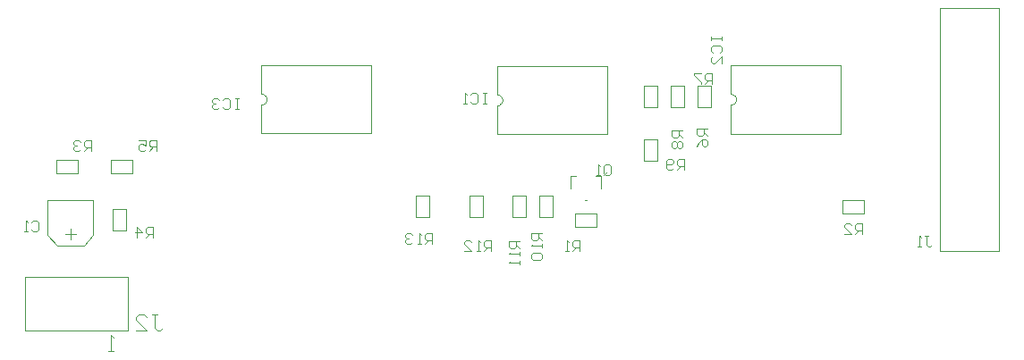
<source format=gbo>
*%FSLAX23Y23*%
*%MOIN*%
G01*
D12*
X8423Y8016D02*
Y8056D01*
X8403D01*
X8397Y8050D01*
Y8036D01*
X8403Y8030D01*
X8423D01*
X8410D02*
X8397Y8016D01*
X8383Y8023D02*
X8377Y8016D01*
X8363D01*
X8357Y8023D01*
Y8050D01*
X8363Y8056D01*
X8377D01*
X8383Y8050D01*
Y8043D01*
X8377Y8036D01*
X8357D01*
X8469Y8170D02*
X8509D01*
X8469D02*
Y8150D01*
X8476Y8144D01*
X8489D01*
X8496Y8150D01*
Y8170D01*
Y8157D02*
X8509Y8144D01*
X8476Y8117D02*
X8469Y8104D01*
X8476Y8117D02*
X8489Y8130D01*
X8503D01*
X8509Y8124D01*
Y8110D01*
X8503Y8104D01*
X8496D01*
X8489Y8110D01*
Y8130D01*
X8527Y8336D02*
Y8376D01*
X8507D01*
X8501Y8370D01*
Y8356D01*
X8507Y8350D01*
X8527D01*
X8514D02*
X8501Y8336D01*
X8487Y8376D02*
X8461D01*
Y8370D01*
X8487Y8343D01*
Y8336D01*
X8417Y8163D02*
X8377D01*
Y8143D01*
X8384Y8137D01*
X8397D01*
X8404Y8143D01*
Y8163D01*
Y8150D02*
X8417Y8137D01*
X8384Y8123D02*
X8377Y8117D01*
Y8103D01*
X8384Y8097D01*
X8391D01*
X8397Y8103D01*
X8404Y8097D01*
X8411D01*
X8417Y8103D01*
Y8117D01*
X8411Y8123D01*
X8404D01*
X8397Y8117D01*
X8391Y8123D01*
X8384D01*
X8397Y8117D02*
Y8103D01*
X9087Y7816D02*
Y7776D01*
Y7816D02*
X9067D01*
X9061Y7810D01*
Y7796D01*
X9067Y7790D01*
X9087D01*
X9074D02*
X9061Y7776D01*
X9047D02*
X9021D01*
X9047D02*
X9021Y7803D01*
Y7810D01*
X9027Y7816D01*
X9041D01*
X9047Y7810D01*
X8032Y7752D02*
Y7712D01*
Y7752D02*
X8012D01*
X8006Y7746D01*
Y7732D01*
X8012Y7726D01*
X8032D01*
X8019D02*
X8006Y7712D01*
X7992D02*
X7979D01*
X7986D01*
Y7752D01*
X7987D01*
X7986D02*
X7992Y7746D01*
X8123Y8004D02*
Y8031D01*
X8129Y8037D01*
X8143D01*
X8149Y8031D01*
Y8004D01*
X8143Y7997D01*
X8129D01*
X8123D02*
X8136Y8011D01*
X8129Y7997D02*
X8123Y8004D01*
X8109Y7997D02*
X8096D01*
X8103D01*
Y8037D01*
X8104D01*
X8103D02*
X8109Y8031D01*
X6456Y8088D02*
Y8128D01*
X6436D01*
X6430Y8122D01*
Y8108D01*
X6436Y8102D01*
X6456D01*
X6443D02*
X6430Y8088D01*
X6416Y8128D02*
X6390D01*
X6416D02*
Y8108D01*
X6403Y8115D01*
X6396D01*
X6390Y8108D01*
Y8095D01*
X6396Y8088D01*
X6410D01*
X6416Y8095D01*
X6212Y8087D02*
Y8127D01*
X6192D01*
X6186Y8121D01*
Y8107D01*
X6192Y8101D01*
X6212D01*
X6199D02*
X6186Y8087D01*
X6172Y8121D02*
X6166Y8127D01*
X6152D01*
X6146Y8121D01*
Y8114D01*
X6147D01*
X6146D02*
X6147D01*
X6146D02*
X6147D01*
X6146D02*
X6152Y8107D01*
X6159D01*
X6152D01*
X6146Y8101D01*
Y8094D01*
X6152Y8087D01*
X6166D01*
X6172Y8094D01*
X8522Y8499D02*
Y8512D01*
Y8506D02*
Y8499D01*
Y8506D02*
X8562D01*
Y8512D01*
Y8499D01*
X8522Y8459D02*
X8529Y8452D01*
X8522Y8459D02*
Y8472D01*
X8529Y8479D01*
X8556D01*
X8562Y8472D01*
Y8459D01*
X8556Y8452D01*
X8562Y8439D02*
Y8412D01*
Y8439D02*
X8536Y8412D01*
X8529D01*
X8522Y8419D01*
Y8432D01*
X8529Y8439D01*
X6442Y7802D02*
Y7762D01*
Y7802D02*
X6422D01*
X6416Y7796D01*
Y7782D01*
X6422Y7776D01*
X6442D01*
X6429D02*
X6416Y7762D01*
X6382D02*
Y7802D01*
X6402Y7782D01*
X6376D01*
X5997Y7826D02*
X5991Y7820D01*
X5997Y7826D02*
X6011D01*
X6017Y7820D01*
Y7793D01*
X6011Y7786D01*
X5997D01*
X5991Y7793D01*
X5977Y7786D02*
X5964D01*
X5971D01*
Y7826D01*
X5972D01*
X5971D02*
X5977Y7820D01*
X6439Y7477D02*
X6459D01*
X6449D01*
Y7427D01*
X6459Y7417D01*
X6469D01*
X6479Y7427D01*
X6419Y7417D02*
X6379D01*
X6419D02*
X6379Y7457D01*
Y7467D01*
X6389Y7477D01*
X6409D01*
X6419Y7467D01*
X9321Y7771D02*
X9334D01*
X9327D01*
Y7738D01*
X9334Y7731D01*
X9341D01*
X9347Y7738D01*
X9307Y7731D02*
X9294D01*
X9301D01*
Y7771D01*
X9302D01*
X9301D02*
X9307Y7765D01*
X7894Y7780D02*
X7854D01*
Y7760D01*
X7861Y7754D01*
X7874D01*
X7881Y7760D01*
Y7780D01*
Y7767D02*
X7894Y7754D01*
Y7740D02*
Y7727D01*
Y7734D01*
X7854D01*
X7855D01*
X7854D02*
X7861Y7740D01*
Y7707D02*
X7854Y7700D01*
Y7687D01*
X7861Y7680D01*
X7888D01*
X7894Y7687D01*
Y7700D01*
X7888Y7707D01*
X7861D01*
X7810Y7751D02*
X7770D01*
Y7731D01*
X7777Y7725D01*
X7790D01*
X7797Y7731D01*
Y7751D01*
Y7738D02*
X7810Y7725D01*
Y7711D02*
Y7698D01*
Y7705D01*
X7770D01*
X7771D01*
X7770D02*
X7777Y7711D01*
X7810Y7678D02*
Y7665D01*
Y7671D01*
X7770D01*
X7771D01*
X7770D02*
X7777Y7678D01*
X7702Y7712D02*
Y7752D01*
X7682D01*
X7676Y7746D01*
Y7732D01*
X7682Y7726D01*
X7702D01*
X7689D02*
X7676Y7712D01*
X7662D02*
X7649D01*
X7656D01*
Y7752D01*
X7657D01*
X7656D02*
X7662Y7746D01*
X7629Y7712D02*
X7602D01*
X7629D02*
X7602Y7739D01*
Y7746D01*
X7609Y7752D01*
X7622D01*
X7629Y7746D01*
X7483Y7739D02*
Y7779D01*
X7463D01*
X7457Y7773D01*
Y7759D01*
X7463Y7753D01*
X7483D01*
X7470D02*
X7457Y7739D01*
X7443D02*
X7430D01*
X7437D01*
Y7779D01*
X7438D01*
X7437D02*
X7443Y7773D01*
X7410D02*
X7403Y7779D01*
X7390D01*
X7383Y7773D01*
Y7766D01*
X7384D01*
X7383D02*
X7384D01*
X7383D02*
X7384D01*
X7383D02*
X7390Y7759D01*
X7397D01*
X7390D01*
X7383Y7753D01*
Y7746D01*
X7390Y7739D01*
X7403D01*
X7410Y7746D01*
X6763Y8242D02*
X6750D01*
X6757D01*
Y8282D01*
X6763D01*
X6750D01*
X6710Y8242D02*
X6703Y8249D01*
X6710Y8242D02*
X6723D01*
X6730Y8249D01*
Y8276D01*
X6723Y8282D01*
X6710D01*
X6703Y8276D01*
X6690Y8249D02*
X6683Y8242D01*
X6670D01*
X6663Y8249D01*
Y8256D01*
X6664D01*
X6663D02*
X6664D01*
X6663D02*
X6664D01*
X6663D02*
X6670Y8262D01*
X6677D01*
X6670D01*
X6663Y8269D01*
Y8276D01*
X6670Y8282D01*
X6683D01*
X6690Y8276D01*
X7674Y8302D02*
X7687D01*
X7681D02*
X7674D01*
X7681D02*
Y8262D01*
X7687D01*
X7674D01*
X7634Y8302D02*
X7627Y8296D01*
X7634Y8302D02*
X7647D01*
X7654Y8296D01*
Y8269D01*
X7647Y8262D01*
X7634D01*
X7627Y8269D01*
X7614Y8262D02*
X7601D01*
X7607D01*
Y8302D01*
X7608D01*
X7607D02*
X7614Y8296D01*
D14*
X8274Y8130D02*
Y8050D01*
X8324D02*
Y8130D01*
Y8050D02*
X8274D01*
Y8130D02*
X8324D01*
X8524Y8250D02*
Y8330D01*
X8474D02*
Y8250D01*
Y8330D02*
X8524D01*
Y8250D02*
X8474D01*
X8374D02*
Y8330D01*
X8424D02*
Y8250D01*
X8374D01*
Y8330D02*
X8424D01*
X8324D02*
Y8250D01*
X8274D02*
Y8330D01*
X8324D01*
Y8250D02*
X8274D01*
X9013Y7904D02*
Y7854D01*
X9093D02*
Y7904D01*
X9013D01*
Y7854D02*
X9093D01*
X8095D02*
Y7804D01*
X8015D02*
Y7854D01*
Y7804D02*
X8095D01*
Y7854D02*
X8015D01*
X6287Y8004D02*
Y8054D01*
X6367D02*
Y8004D01*
Y8054D02*
X6287D01*
Y8004D02*
X6367D01*
X6084D02*
Y8054D01*
X6164D02*
Y8004D01*
Y8054D02*
X6084D01*
Y8004D02*
X6164D01*
X8597Y8259D02*
X8600Y8259D01*
X8604Y8260D01*
X8607Y8262D01*
X8610Y8264D01*
X8612Y8266D01*
X8614Y8269D01*
X8616Y8272D01*
X8617Y8276D01*
X8617Y8279D01*
X8617Y8282D01*
X8616Y8286D01*
X8614Y8289D01*
X8612Y8292D01*
X8610Y8294D01*
X8607Y8296D01*
X8604Y8298D01*
X8600Y8299D01*
X8597Y8299D01*
X9007Y8406D02*
Y8151D01*
X8597D02*
Y8259D01*
Y8299D02*
Y8406D01*
X9007D01*
Y8151D02*
X8597D01*
X6342Y7870D02*
Y7790D01*
X6292D02*
Y7870D01*
X6342D01*
Y7790D02*
X6292D01*
X9598Y7714D02*
Y8620D01*
X9377D02*
Y7714D01*
X9598D01*
Y8620D02*
X9377D01*
X7934Y7920D02*
Y7840D01*
X7884D02*
Y7920D01*
X7934D01*
Y7840D02*
X7884D01*
X7784D02*
Y7920D01*
X7834D02*
Y7840D01*
X7784D01*
Y7920D02*
X7834D01*
X7674D02*
Y7840D01*
X7624D02*
Y7920D01*
X7674D01*
Y7840D02*
X7624D01*
X7424D02*
Y7920D01*
X7474D02*
Y7840D01*
X7424D01*
Y7920D02*
X7474D01*
X6847Y8260D02*
X6850Y8260D01*
X6854Y8261D01*
X6857Y8263D01*
X6860Y8265D01*
X6862Y8267D01*
X6864Y8270D01*
X6866Y8273D01*
X6867Y8277D01*
X6867Y8280D01*
X6867Y8283D01*
X6866Y8287D01*
X6864Y8290D01*
X6862Y8293D01*
X6860Y8295D01*
X6857Y8297D01*
X6854Y8299D01*
X6850Y8300D01*
X6847Y8300D01*
X7257Y8407D02*
Y8152D01*
X6847D02*
Y8260D01*
Y8300D02*
Y8407D01*
X7257D01*
Y8152D02*
X6847D01*
X7725Y8257D02*
X7728Y8257D01*
X7732Y8258D01*
X7735Y8260D01*
X7738Y8262D01*
X7740Y8264D01*
X7742Y8267D01*
X7744Y8270D01*
X7745Y8274D01*
X7745Y8277D01*
X7745Y8280D01*
X7744Y8284D01*
X7742Y8287D01*
X7740Y8290D01*
X7738Y8292D01*
X7735Y8294D01*
X7732Y8296D01*
X7728Y8297D01*
X7725Y8297D01*
X8135Y8404D02*
Y8149D01*
X7725D02*
Y8257D01*
Y8297D02*
Y8404D01*
X8135D01*
Y8149D02*
X7725D01*
D15*
X6155Y7778D02*
X6115D01*
X6135Y7798D02*
Y7758D01*
X6276Y7339D02*
X6296D01*
X6286D02*
X6276D01*
X6286D02*
Y7399D01*
X6287D01*
X6286D02*
X6296Y7389D01*
D16*
X8114Y7948D02*
Y7993D01*
X7999D02*
Y7948D01*
X8094Y7993D02*
X8114D01*
X8059Y7903D02*
X8054D01*
X8019Y7993D02*
X7999D01*
X6221Y7772D02*
X6186Y7735D01*
X6087D02*
X6051Y7772D01*
Y7904D01*
X6221D02*
Y7772D01*
X6186Y7735D02*
X6087D01*
X6051Y7904D02*
X6221D01*
X5967Y7618D02*
Y7416D01*
X6351D02*
Y7618D01*
X5967D01*
Y7416D02*
X6351D01*
D68*
X6134Y7891D02*
D03*
M02*

</source>
